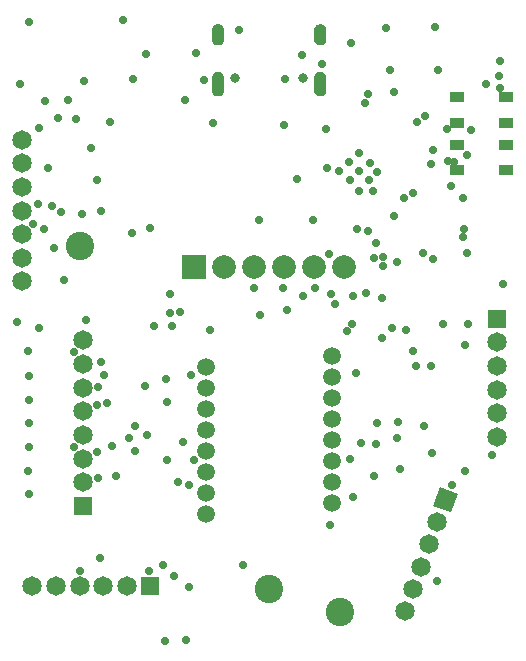
<source format=gts>
G04 EAGLE Gerber RS-274X export*
G75*
%MOMM*%
%FSLAX34Y34*%
%LPD*%
%INSoldermask Top*%
%IPPOS*%
%AMOC8*
5,1,8,0,0,1.08239X$1,22.5*%
G01*
G04 Define Apertures*
%ADD10C,2.403200*%
%ADD11C,1.643200*%
%ADD12R,1.253200X0.853200*%
%ADD13R,1.643200X1.643200*%
%ADD14R,1.643200X1.643200*%
%ADD15C,0.803200*%
%ADD16C,1.503200*%
%ADD17R,2.003200X2.003200*%
%ADD18C,2.003200*%
%ADD19C,0.705600*%
G36*
X-42126Y337824D02*
X-41059Y337450D01*
X-40101Y336849D01*
X-39302Y336049D01*
X-38700Y335091D01*
X-38326Y334024D01*
X-38200Y332903D01*
X-38200Y324897D01*
X-38326Y323776D01*
X-38700Y322709D01*
X-39302Y321751D01*
X-40101Y320952D01*
X-41059Y320350D01*
X-42126Y319976D01*
X-43250Y319850D01*
X-44374Y319976D01*
X-45441Y320350D01*
X-46399Y320952D01*
X-47199Y321751D01*
X-47800Y322709D01*
X-48174Y323776D01*
X-48300Y324897D01*
X-48300Y332903D01*
X-48174Y334024D01*
X-47800Y335091D01*
X-47199Y336049D01*
X-46399Y336849D01*
X-45441Y337450D01*
X-44374Y337824D01*
X-43250Y337950D01*
X-42126Y337824D01*
G37*
G36*
X44374Y337824D02*
X45441Y337450D01*
X46399Y336849D01*
X47199Y336049D01*
X47800Y335091D01*
X48174Y334024D01*
X48300Y332903D01*
X48300Y324897D01*
X48174Y323776D01*
X47800Y322709D01*
X47199Y321751D01*
X46399Y320952D01*
X45441Y320350D01*
X44374Y319976D01*
X43250Y319850D01*
X42126Y319976D01*
X41059Y320350D01*
X40101Y320952D01*
X39302Y321751D01*
X38700Y322709D01*
X38326Y323776D01*
X38200Y324897D01*
X38200Y332903D01*
X38326Y334024D01*
X38700Y335091D01*
X39302Y336049D01*
X40101Y336849D01*
X41059Y337450D01*
X42126Y337824D01*
X43250Y337950D01*
X44374Y337824D01*
G37*
G36*
X-42126Y297624D02*
X-41059Y297250D01*
X-40101Y296649D01*
X-39302Y295849D01*
X-38700Y294891D01*
X-38326Y293824D01*
X-38200Y292703D01*
X-38200Y281697D01*
X-38326Y280576D01*
X-38700Y279509D01*
X-39302Y278551D01*
X-40101Y277752D01*
X-41059Y277150D01*
X-42126Y276776D01*
X-43250Y276650D01*
X-44374Y276776D01*
X-45441Y277150D01*
X-46399Y277752D01*
X-47199Y278551D01*
X-47800Y279509D01*
X-48174Y280576D01*
X-48300Y281697D01*
X-48300Y292703D01*
X-48174Y293824D01*
X-47800Y294891D01*
X-47199Y295849D01*
X-46399Y296649D01*
X-45441Y297250D01*
X-44374Y297624D01*
X-43250Y297750D01*
X-42126Y297624D01*
G37*
G36*
X44374Y297624D02*
X45441Y297250D01*
X46399Y296649D01*
X47199Y295849D01*
X47800Y294891D01*
X48174Y293824D01*
X48300Y292703D01*
X48300Y281697D01*
X48174Y280576D01*
X47800Y279509D01*
X47199Y278551D01*
X46399Y277752D01*
X45441Y277150D01*
X44374Y276776D01*
X43250Y276650D01*
X42137Y276764D01*
X41076Y277123D01*
X40122Y277709D01*
X39322Y278493D01*
X38717Y279435D01*
X38336Y280488D01*
X38200Y281597D01*
X38200Y292603D01*
X38316Y293736D01*
X38683Y294817D01*
X39281Y295791D01*
X40081Y296606D01*
X41042Y297223D01*
X42116Y297611D01*
X43250Y297750D01*
X44374Y297624D01*
G37*
D10*
X-160000Y150000D03*
X0Y-140000D03*
X60000Y-160000D03*
D11*
X-209000Y240000D03*
D12*
X159250Y275750D03*
X200750Y275750D03*
X159250Y254250D03*
X200750Y254250D03*
D13*
X-157500Y-70000D03*
D11*
X-157500Y-50000D03*
X-157500Y-30000D03*
X-157500Y-10000D03*
X-157500Y10000D03*
X-157500Y30000D03*
X-157500Y50000D03*
X-157500Y70000D03*
D13*
X193329Y88498D03*
D11*
X193329Y68498D03*
X193329Y48498D03*
X193329Y28498D03*
X193329Y8498D03*
X193329Y-11502D03*
D14*
G36*
X144439Y-54444D02*
X159879Y-60064D01*
X154259Y-75504D01*
X138819Y-69884D01*
X144439Y-54444D01*
G37*
D11*
X142509Y-83768D03*
X135668Y-102562D03*
X128828Y-121356D03*
X121987Y-140150D03*
X115147Y-158944D03*
D13*
X-100500Y-137500D03*
D11*
X-120500Y-137500D03*
X-140500Y-137500D03*
X-160500Y-137500D03*
X-180500Y-137500D03*
X-200500Y-137500D03*
X-209000Y200000D03*
D15*
X-28900Y292100D03*
X28900Y292100D03*
D11*
X-209000Y220000D03*
X-209000Y180000D03*
X-209000Y160000D03*
X-209000Y140000D03*
X-209000Y120000D03*
D12*
X159250Y235750D03*
X200750Y235750D03*
X159250Y214250D03*
X200750Y214250D03*
D16*
X53500Y56600D03*
X53500Y38800D03*
X53500Y21000D03*
X53500Y3200D03*
X53500Y-14600D03*
X53500Y-32400D03*
X53500Y-50200D03*
X53500Y-68000D03*
X-53500Y-76900D03*
X-53500Y-59100D03*
X-53500Y-41300D03*
X-53500Y-23500D03*
X-53500Y-5700D03*
X-53500Y12100D03*
X-53500Y29900D03*
X-53500Y47700D03*
D17*
X-63500Y131840D03*
D18*
X-38100Y131840D03*
X-12700Y131840D03*
X12700Y131840D03*
X38100Y131840D03*
X63500Y131840D03*
D19*
X-145300Y206200D03*
X-86700Y-31100D03*
X109300Y600D03*
X115800Y78900D03*
X81200Y271500D03*
X69000Y321900D03*
X195000Y294100D03*
X195100Y284100D03*
X170521Y248468D03*
X150200Y249022D03*
X139000Y231444D03*
X137349Y219844D03*
X154400Y200400D03*
X198017Y117600D03*
X168200Y83800D03*
X165700Y66000D03*
X188800Y-27100D03*
X130900Y-2400D03*
X108400Y-12900D03*
X111200Y-39200D03*
X154700Y-52600D03*
X137500Y-25000D03*
X137200Y48200D03*
X147400Y83600D03*
X122100Y61000D03*
X70600Y84200D03*
X73500Y42500D03*
X91419Y100D03*
X78100Y-16700D03*
X89000Y-45100D03*
X90900Y-17700D03*
X68700Y-30000D03*
X71300Y-62100D03*
X51300Y-85900D03*
X-21713Y-120287D03*
X-80100Y-129300D03*
X-88300Y-184500D03*
X-101687Y-125113D03*
X-90100Y-119700D03*
X-143378Y-113952D03*
X-159700Y-125200D03*
X-129900Y-45100D03*
X-145100Y-46300D03*
X-132852Y-18926D03*
X-145437Y-24363D03*
X-165100Y-19800D03*
X-137026Y16900D03*
X-145587Y15487D03*
X-139820Y40863D03*
X-145000Y30900D03*
X-142614Y51700D03*
X-194800Y80200D03*
X-100600Y164900D03*
X-158800Y177100D03*
X-182000Y148600D03*
X-190790Y163990D03*
X-176240Y178540D03*
X-200187Y168587D03*
X-183866Y183766D03*
X-195813Y185813D03*
X23800Y206700D03*
X59300Y213900D03*
X67400Y220800D03*
X76400Y228700D03*
X68700Y206200D03*
X76500Y213600D03*
X85300Y220300D03*
X76000Y196700D03*
X84500Y205800D03*
X91700Y212400D03*
X99200Y334700D03*
X142700Y299300D03*
X102600Y298600D03*
X140400Y335256D03*
X-25700Y332900D03*
X45200Y303700D03*
X13000Y252100D03*
X-47600Y254000D03*
X-71300Y273700D03*
X-61600Y313200D03*
X-55000Y290800D03*
X-203500Y339500D03*
X-211100Y287100D03*
X-156500Y289800D03*
X-124100Y341400D03*
X-189400Y272600D03*
X-169900Y273200D03*
X-178700Y258800D03*
X-195000Y249500D03*
X-134300Y254800D03*
X-150800Y232700D03*
X-115900Y161200D03*
X-155000Y87100D03*
X-75400Y94200D03*
X-7900Y91900D03*
X-97400Y82034D03*
X-87200Y37100D03*
X-66300Y40400D03*
X-49900Y78600D03*
X-104756Y31100D03*
X-86600Y18000D03*
X-103800Y-10300D03*
X-72900Y-15800D03*
X-63800Y-31200D03*
X-67600Y-52000D03*
X-76800Y-49900D03*
X-12800Y114200D03*
X14900Y95400D03*
X12083Y114583D03*
X29000Y107600D03*
X38900Y114300D03*
X52000Y109400D03*
X71200Y107900D03*
X50900Y143356D03*
X108100Y136300D03*
X96156Y140300D03*
X88600Y140100D03*
X96156Y132700D03*
X90492Y152612D03*
X74000Y164800D03*
X84000Y162600D03*
X-104400Y312500D03*
X-115500Y291800D03*
X151312Y221756D03*
X156900Y221400D03*
X167600Y227300D03*
X125100Y255100D03*
X132300Y260200D03*
X84000Y279100D03*
X105529Y280568D03*
X114356Y190856D03*
X122100Y194600D03*
X-203800Y60800D03*
X-165300Y59900D03*
X-203400Y40000D03*
X-203500Y20000D03*
X-203600Y-100D03*
X-203600Y-20200D03*
X-203800Y-40100D03*
X-203500Y-60000D03*
X-118300Y-12500D03*
X55700Y101000D03*
X-113756Y-2400D03*
X-113413Y-23813D03*
X13100Y291100D03*
X27850Y311650D03*
X195300Y307000D03*
X183300Y286862D03*
X164933Y164000D03*
X65850Y77850D03*
X88100Y196500D03*
X106037Y175037D03*
X48722Y216122D03*
X48400Y249100D03*
X-163625Y257400D03*
X-84000Y109000D03*
X-84100Y93700D03*
X-82300Y82034D03*
X130400Y143700D03*
X138600Y138900D03*
X164169Y190800D03*
X164169Y157641D03*
X95551Y105771D03*
X103700Y80800D03*
X82300Y109871D03*
X95356Y71843D03*
X37200Y172002D03*
X-8800Y172002D03*
X-67700Y-138800D03*
X-173700Y121600D03*
X-213700Y85600D03*
X-70700Y-183300D03*
X167444Y144112D03*
X124100Y48100D03*
X142300Y-133800D03*
X165800Y-40500D03*
X-142500Y179500D03*
X-187600Y215800D03*
M02*

</source>
